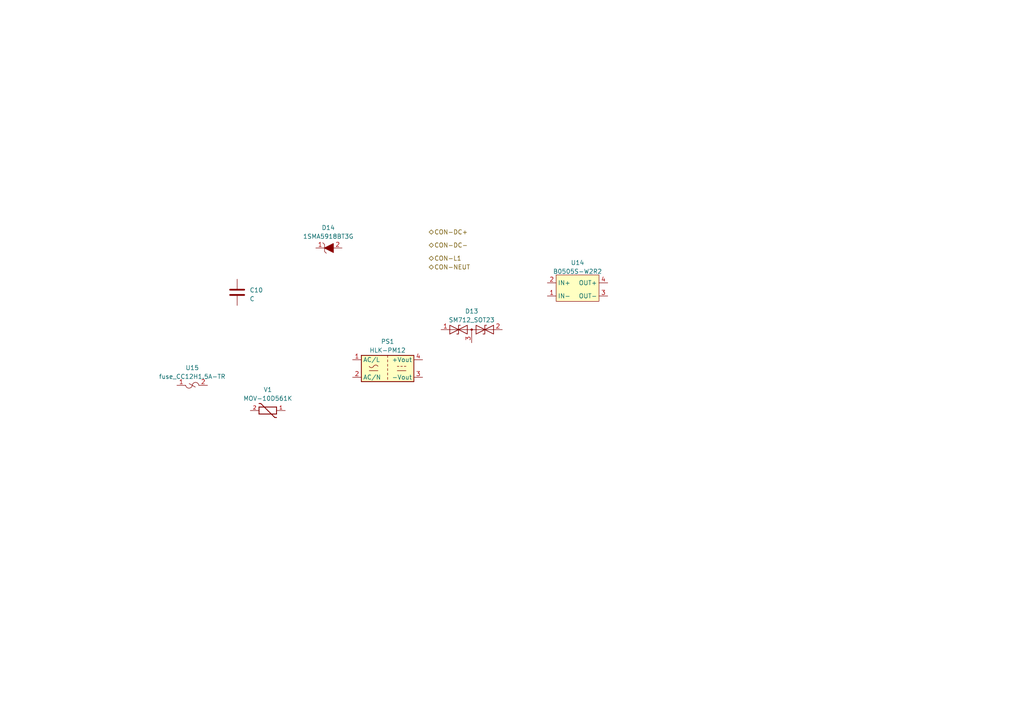
<source format=kicad_sch>
(kicad_sch (version 20230121) (generator eeschema)
  (paper "A4")
  (lib_symbols
    (symbol "Converter_ACDC:HLK-PM12"
      (property "Reference" "PS" (at 0 5.08 0))
      (property "Value" "HLK-PM12" (at 0 -5.08 0))
      (symbol "HLK-PM12_0_1"
        (rectangle (start -7.62 3.81) (end 7.62 -3.81) (stroke (width 0.254)) (fill (type background)))
        (arc (start -5.334 0.635) (mid -4.699 0.2495) (end -4.064 0.635))
        (arc (start -2.794 0.635) (mid -3.429 1.0072) (end -4.064 0.635))
        (polyline (pts (xy -5.334 -0.635) (xy -2.794 -0.635)))
        (polyline (pts (xy 0 -2.54) (xy 0 -3.175)))
        (polyline (pts (xy 0 -1.27) (xy 0 -1.905)))
        (polyline (pts (xy 0 0) (xy 0 -0.635)))
        (polyline (pts (xy 0 1.27) (xy 0 0.635)))
        (polyline (pts (xy 0 2.54) (xy 0 1.905)))
        (polyline (pts (xy 0 3.81) (xy 0 3.175)))
        (polyline (pts (xy 2.794 -0.635) (xy 5.334 -0.635)))
        (polyline (pts (xy 2.794 0.635) (xy 3.302 0.635)))
        (polyline (pts (xy 3.81 0.635) (xy 4.318 0.635)))
        (polyline (pts (xy 4.826 0.635) (xy 5.334 0.635)))
      )
      (symbol "HLK-PM12_1_1"
        (pin power_in line (at -10.16 2.54 0) (length 2.54) (name "AC/L") (number "1"))
        (pin power_in line (at -10.16 -2.54 0) (length 2.54) (name "AC/N") (number "2"))
        (pin power_out line (at 10.16 -2.54 180) (length 2.54) (name "-Vout") (number "3"))
        (pin power_out line (at 10.16 2.54 180) (length 2.54) (name "+Vout") (number "4"))
      )
    )
    (symbol "Device:C" (pin_numbers hide) (pin_names (offset 0.254))
      (property "Reference" "C" (at 0.635 2.54 0))
      (property "Value" "C" (at 0.635 -2.54 0))
      (symbol "C_0_1"
        (polyline (pts (xy -2.032 -0.762) (xy 2.032 -0.762)) (stroke (width 0.508)))
        (polyline (pts (xy -2.032 0.762) (xy 2.032 0.762)) (stroke (width 0.508)))
      )
      (symbol "C_1_1"
        (pin passive line (at 0 3.81 270) (length 2.794) (name "~") (number "1"))
        (pin passive line (at 0 -3.81 90) (length 2.794) (name "~") (number "2"))
      )
    )
    (symbol "Diode:SM712_SOT23" (pin_names (offset 1.016) hide)
      (property "Reference" "D" (at 0 4.445 0))
      (property "Value" "SM712_SOT23" (at 0 2.54 0))
      (symbol "SM712_SOT23_0_0"
        (polyline (pts (xy 0 -1.27) (xy 0 0)))
      )
      (symbol "SM712_SOT23_0_1"
        (polyline (pts (xy -6.35 0) (xy 6.35 0)))
        (polyline (pts (xy -3.302 1.27) (xy -3.81 1.27) (xy -3.81 -1.27) (xy -4.318 -1.27)) (stroke (width 0.2032)))
        (polyline (pts (xy 4.318 1.27) (xy 3.81 1.27) (xy 3.81 -1.27) (xy 3.302 -1.27)) (stroke (width 0.2032)))
        (polyline (pts (xy -6.35 -1.27) (xy -1.27 1.27) (xy -1.27 -1.27) (xy -6.35 1.27) (xy -6.35 -1.27)) (stroke (width 0.2032)))
        (polyline (pts (xy 1.27 -1.27) (xy 1.27 1.27) (xy 6.35 -1.27) (xy 6.35 1.27) (xy 1.27 -1.27)) (stroke (width 0.2032)))
        (circle (center 0 0) (radius 0.254) (fill (type outline)))
      )
      (symbol "SM712_SOT23_1_1"
        (pin passive line (at -8.89 0 0) (length 2.54) (name "A1") (number "1"))
        (pin passive line (at 8.89 0 180) (length 2.54) (name "A2") (number "2"))
        (pin input line (at 0 -3.81 90) (length 2.54) (name "common") (number "3"))
      )
    )
    (symbol "MOV-10D561K:MOV-10D561K" (pin_names (offset 1.016))
      (property "Reference" "V" (at -2.54 3.81 0))
      (property "Value" "MOV-10D561K" (at -2.54 -6.35 0))
      (symbol "MOV-10D561K_0_0"
        (polyline (pts (xy -2.54 -1.016) (xy -2.54 1.016)) (stroke (width 0.254)))
        (polyline (pts (xy -2.54 1.016) (xy 2.54 1.016)) (stroke (width 0.254)))
        (polyline (pts (xy -2.032 2.032) (xy -2.54 2.032)) (stroke (width 0.254)))
        (polyline (pts (xy 2.032 -2.032) (xy -2.032 2.032)) (stroke (width 0.254)))
        (polyline (pts (xy 2.54 -2.032) (xy 2.032 -2.032)) (stroke (width 0.254)))
        (polyline (pts (xy 2.54 -1.016) (xy -2.54 -1.016)) (stroke (width 0.254)))
        (polyline (pts (xy 2.54 1.016) (xy 2.54 -1.016)) (stroke (width 0.254)))
        (pin passive line (at 5.08 0 180) (length 2.54) (name "~") (number "1"))
        (pin passive line (at -5.08 0 0) (length 2.54) (name "~") (number "2"))
      )
    )
    (symbol "nuevo simbolos:1SMA5918BT3G"
      (property "Reference" "D" (at 0 -2.54 0))
      (property "Value" "1SMA5918BT3G" (at 0 -4.064 0))
      (symbol "1SMA5918BT3G_0_1"
        (polyline (pts (xy -0.762 -1.524) (xy -1.27 -1.016) (xy -1.27 1.016) (xy -1.778 1.524)))
        (polyline (pts (xy 1.27 -1.27) (xy 1.27 1.27) (xy -1.27 0) (xy 1.27 -1.27)) (stroke (width 0.254)) (fill (type outline)))
      )
      (symbol "1SMA5918BT3G_1_1"
        (pin passive line (at -3.81 0 0) (length 2.54) (name "") (number "1"))
        (pin passive line (at 3.81 0 180) (length 2.54) (name "") (number "2"))
      )
    )
    (symbol "nuevo simbolos:B0505S-W2R2"
      (property "Reference" "U" (at 0 6.604 0))
      (property "Value" "B0505S-W2R2" (at 0 4.9784 0))
      (symbol "B0505S-W2R2_0_1"
        (rectangle (start -6.35 4.064) (end 6.096 -3.556) (fill (type background)))
      )
      (symbol "B0505S-W2R2_1_1"
        (pin output line (at -8.89 -2.032 0) (length 2.54) (name "IN-") (number "1"))
        (pin input line (at -8.89 1.778 0) (length 2.54) (name "IN+") (number "2"))
        (pin output line (at 8.636 -2.032 180) (length 2.54) (name "OUT-") (number "3"))
        (pin output line (at 8.636 1.778 180) (length 2.54) (name "OUT+") (number "4"))
      )
    )
    (symbol "nuevo simbolos:fuse_CC12H1.5A-TR"
      (property "Reference" "U" (at 0 -2.032 0))
      (property "Value" "fuse_CC12H1.5A-TR" (at 0 -3.556 0))
      (symbol "fuse_CC12H1.5A-TR_0_1"
        (arc (start -2.032 0) (mid -1.0445 -0.8235) (end -0.1016 0.0508))
        (polyline (pts (xy -1.016 0.508) (xy 0.762 -0.508)))
        (arc (start 1.778 0) (mid 0.8608 0.859) (end -0.1016 0.0508))
      )
      (symbol "fuse_CC12H1.5A-TR_1_1"
        (pin input line (at -4.572 0 0) (length 2.54) (name "") (number "1"))
        (pin output line (at 4.318 0 180) (length 2.54) (name "") (number "2"))
      )
    )
  )
  (hierarchical_label "CON-L1" (shape bidirectional) (at 124.46 74.93 0))
  (hierarchical_label "CON-NEUT" (shape bidirectional) (at 124.46 77.47 0))
  (hierarchical_label "CON-DC-" (shape bidirectional) (at 124.46 71.12 0))
  (hierarchical_label "CON-DC+" (shape bidirectional) (at 124.46 67.31 0))
  (symbol (lib_id "nuevo simbolos:fuse_CC12H1.5A-TR") (at 55.88 111.76 0) (unit 1)
    (property "Reference" "U15" (at 55.753 106.68 0))
    (property "Value" "fuse_CC12H1.5A-TR" (at 55.753 109.22 0))
    (property "Footprint" "nuevo simbolo:CC12H1.5A-TR" (effects hide))
    (property "Datasheet" "https://www.mouser.com/datasheet/2/87/eaton_cc12h_high_i2t_chip_fuses_data_sheet-1608530.pdf" (effects hide))
  )
  (symbol (lib_id "Converter_ACDC:HLK-PM12") (at 112.4204 106.8832 0) (unit 1)
    (property "Reference" "PS1" (at 112.4204 99.06 0))
    (property "Value" "HLK-PM12" (at 112.4204 101.6 0))
    (property "Footprint" "Converter_ACDC:Converter_ACDC_HiLink_HLK-PMxx" (effects hide))
    (property "Datasheet" "http://www.hlktech.net/product_detail.php?ProId=56" (effects hide))
  )
  (symbol (lib_id "Diode:SM712_SOT23") (at 136.8044 95.6056 0) (unit 1)
    (property "Reference" "D13" (at 136.8044 90.2716 0))
    (property "Value" "SM712_SOT23" (at 136.8044 92.8116 0))
    (property "Footprint" "Package_TO_SOT_SMD:SOT-23" (effects hide))
    (property "Datasheet" "https://www.littelfuse.com/~/media/electronics/datasheets/tvs_diode_arrays/littelfuse_tvs_diode_array_sm712_datasheet.pdf.pdf" (effects hide))
    (instances (project "proyecto_1" (path "" (reference "D13") (unit 1)) (path "" (reference "D15") (unit 1))))
  )
  (symbol (lib_id "Device:C") (at 68.7832 84.7852 0) (unit 1)
    (property "Reference" "C10" (at 72.39 84.1502 0) (effects (justify left)))
    (property "Value" "C" (at 72.39 86.6902 0) (effects (justify left)))
  )
  (symbol (lib_id "nuevo simbolos:B0505S-W2R2") (at 167.64 83.82 0) (unit 1)
    (property "Reference" "U14" (at 167.513 76.2 0))
    (property "Value" "B0505S-W2R2" (at 167.513 78.74 0))
    (property "Footprint" "nuevo simbolo:B0505S-W2R2" (effects hide))
    (property "Datasheet" "https://www.mouser.com/datasheet/2/942/SF_IB-1508439.pdf" (effects hide))
  )
  (symbol (lib_id "MOV-10D561K:MOV-10D561K") (at 77.6732 119.0752 0) (unit 1)
    (property "Reference" "V1" (at 77.6732 113.03 0))
    (property "Value" "MOV-10D561K" (at 77.6732 115.57 0))
    (property "Footprint" "MOV-10D561" (effects hide))
  )
  (symbol (lib_id "nuevo simbolos:1SMA5918BT3G") (at 95.4024 71.9328 0) (unit 1)
    (property "Reference" "D14" (at 95.2119 66.04 0))
    (property "Value" "1SMA5918BT3G" (at 95.2119 68.58 0))
    (property "Footprint" "Diode_SMD:D_SMB" (effects hide))
    (property "Datasheet" "https://www.mouser.com/datasheet/2/308/1SMA5913BT3_D-2309368.pdf" (effects hide))
  )
)
</source>
